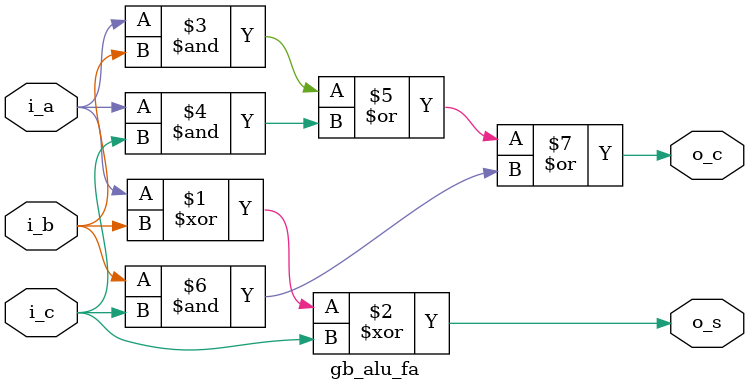
<source format=v>
module gb_alu_fa (
    input wire i_a,
    input wire i_b,
    input wire i_c,

    output wire o_s,
    output wire o_c
);

    assign o_s = i_a ^ i_b ^ i_c;
    assign o_c = (i_a & i_b) | (i_a & i_c) | (i_b & i_c);

endmodule
</source>
